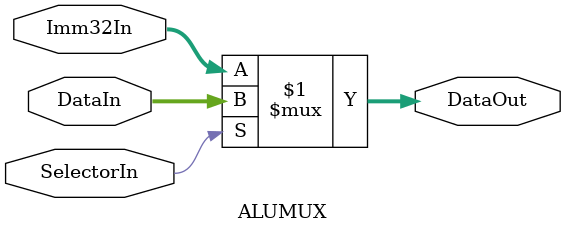
<source format=v>
module ALUMUX(
  input[31:0]  DataIn,     //from IDEX
  input[31:0]  Imm32In,    //from IDEX
  input        SelectorIn, //from IDEX
  output[31:0] DataOut     //to   ALU
);

  assign DataOut=SelectorIn?DataIn:Imm32In;
endmodule

</source>
